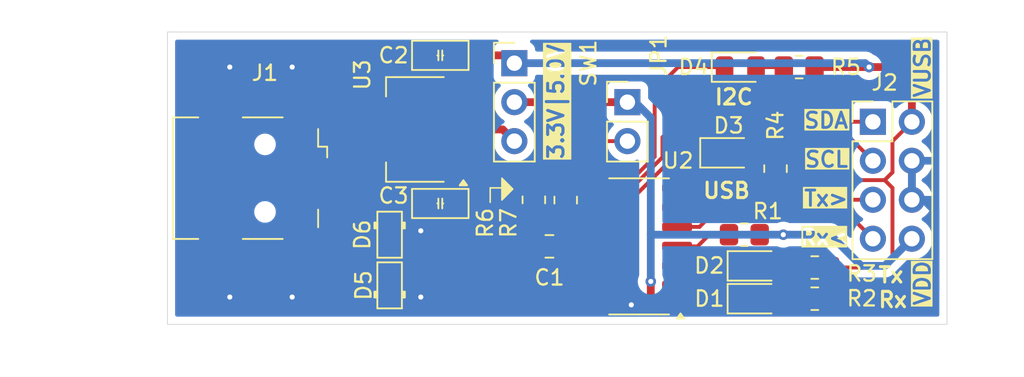
<source format=kicad_pcb>
(kicad_pcb (version 20240108) (generator "pcbnew") (generator_version "8.0")
  (layers (0 "F.Cu" signal) (31 "B.Cu" signal) (34 "B.Paste" user) (35 "F.Paste" user) (36 "B.SilkS" user "B.Silkscreen") (37 "F.SilkS" user "F.Silkscreen") (38 "B.Mask" user) (39 "F.Mask" user) (44 "Edge.Cuts" user))
  (net 0 "")
  (net 1 "GND")
  (net 2 "Net-(U2-VUSB)")
  (net 3 "Net-(D1-A)")
  (net 4 "Net-(D2-A)")
  (net 5 "Net-(D3-A)")
  (net 6 "Net-(D4-A)")
  (net 7 "/USB_D-")
  (net 8 "/USB_D+")
  (net 10 "MCP2221_URx")
  (net 11 "MCP2221_UTx")
  (net 12 "I2C2_SDA")
  (net 13 "I2C2_SCL")
  (net 14 "/~{RST}")
  (net 15 "/VDD_USB")
  (net 16 "/VDD")
  (net 17 "/VDD_3V3")
  (net 18 "/GP0_UR_{x}")
  (net 19 "/GP1_UT_{x}")
  (net 20 "/GP2_USBCFG")
  (net 21 "/GP3_I2C")
  (net 22 "Net-(JP1-B)")
  (footprint "PCM_Diode_SMD_Handsoldering_AKL:D_0603_1608Metric_TVS" (layer "F.Cu") (at 141.478 121.158 90)
    (property "Reference" "D5" (at 0 -1.7 90) (layer "F.SilkS"))
    (property "Value" "PGB1010603" (hide yes))
    (fp_line (start 1.5 -0.8) (end -1.5 -0.8) (stroke (width 0.12)) (layer "F.SilkS"))
    (fp_line (start -1.5 -0.8) (end -1.5 0.8) (stroke (width 0.12)) (layer "F.SilkS"))
    (fp_line (start 1.5 0.8) (end 1.5 -0.8) (stroke (width 0.12)) (layer "F.SilkS"))
    (fp_line (start -1.5 0.8) (end 1.5 0.8) (stroke (width 0.12)) (layer "F.SilkS"))
    (fp_poly (pts (xy -0.4 -0.8) (xy -0.8 -0.8) (xy -0.8 -1) (xy -0.4 -1)) (stroke (width 0.1)) (fill solid) (layer "F.SilkS"))
    (fp_poly (pts (xy -0.4 1) (xy -0.8 1) (xy -0.8 0.8) (xy -0.4 0.8)) (stroke (width 0.1)) (fill solid) (layer "F.SilkS"))
    (pad "1" smd roundrect (at -0.7875 0 90) (size 0.875 0.95) (layers "F.Cu" "F.Paste" "F.Mask") (net 1 "GND"))
    (pad "2" smd roundrect (at 0.7875 0 90) (size 0.875 0.95) (layers "F.Cu" "F.Paste" "F.Mask") (net 8 "/USB_D+"))
  )
  (footprint "PCM_Capacitor_SMD_AKL:C_0805_2012Metric_Pad1.15x1.40mm_HandSolder" (layer "F.Cu") (at 144.78 106.172 180)
    (property "Reference" "C2" (at 3.048 0 0) (layer "F.SilkS"))
    (property "Value" "100nF")
    (fp_line (start 1.8415 0.9525) (end 1.8415 -0.9525) (stroke (width 0.12)) (layer "F.SilkS"))
    (fp_line (start 1.8415 -0.9525) (end -1.8415 -0.9525) (stroke (width 0.12)) (layer "F.SilkS"))
    (fp_line (start 0.127 0.3175) (end 0.127 -0.3175) (stroke (width 0.12)) (layer "F.SilkS"))
    (fp_line (start 0.127 0) (end 0.1905 0) (stroke (width 0.12)) (layer "F.SilkS"))
    (fp_line (start -0.127 0) (end -0.1905 0) (stroke (width 0.12)) (layer "F.SilkS"))
    (fp_line (start -0.127 -0.3175) (end -0.127 0.3175) (stroke (width 0.12)) (layer "F.SilkS"))
    (fp_line (start -1.8415 0.9525) (end 1.8415 0.9525) (stroke (width 0.12)) (layer "F.SilkS"))
    (fp_line (start -1.8415 -0.889) (end -1.8415 0.9525) (stroke (width 0.12)) (layer "F.SilkS"))
    (fp_line (start -1.8415 -0.9525) (end -1.8415 -0.889) (stroke (width 0.12)) (layer "F.SilkS"))
    (pad "1" smd roundrect (at -1.025 0 180) (size 1.15 1.4) (layers "F.Cu" "F.Paste" "F.Mask") (roundrect_rratio 0.217391) (net 15 "/VDD_USB"))
    (pad "2" smd roundrect (at 1.025 0 180) (size 1.15 1.4) (layers "F.Cu" "F.Paste" "F.Mask") (roundrect_rratio 0.217391) (net 1 "GND"))
  )
  (footprint "PCM_Diode_SMD_Handsoldering_AKL:D_0603_1608Metric_TVS" (layer "F.Cu") (at 141.478 117.856 -90)
    (property "Reference" "D6" (at 0 1.778 90) (layer "F.SilkS"))
    (property "Value" "PGB1010603" (hide yes))
    (fp_line (start -1.5 0.8) (end 1.5 0.8) (stroke (width 0.12)) (layer "F.SilkS"))
    (fp_line (start 1.5 0.8) (end 1.5 -0.8) (stroke (width 0.12)) (layer "F.SilkS"))
    (fp_line (start -1.5 -0.8) (end -1.5 0.8) (stroke (width 0.12)) (layer "F.SilkS"))
    (fp_line (start 1.5 -0.8) (end -1.5 -0.8) (stroke (width 0.12)) (layer "F.SilkS"))
    (fp_poly (pts (xy -0.4 1) (xy -0.8 1) (xy -0.8 0.8) (xy -0.4 0.8)) (stroke (width 0.1)) (fill solid) (layer "F.SilkS"))
    (fp_poly (pts (xy -0.4 -0.8) (xy -0.8 -0.8) (xy -0.8 -1) (xy -0.4 -1)) (stroke (width 0.1)) (fill solid) (layer "F.SilkS"))
    (pad "1" smd roundrect (at -0.7875 0 270) (size 0.875 0.95) (layers "F.Cu" "F.Paste" "F.Mask") (net 1 "GND"))
    (pad "2" smd roundrect (at 0.7875 0 270) (size 0.875 0.95) (layers "F.Cu" "F.Paste" "F.Mask") (net 7 "/USB_D-"))
  )
  (footprint "Connector_PinHeader_2.54mm:PinHeader_1x02_P2.54mm_Vertical" (layer "F.Cu") (at 156.972 109.22)
    (property "Reference" "JP1" (at 2.032 -3.048 90) (layer "F.SilkS"))
    (property "Value" "PullUp Enable")
    (fp_line (start -1.33 -1.33) (end 0 -1.33) (stroke (width 0.12)) (layer "F.SilkS"))
    (fp_line (start -1.33 0) (end -1.33 -1.33) (stroke (width 0.12)) (layer "F.SilkS"))
    (fp_line (start -1.33 1.27) (end -1.33 3.87) (stroke (width 0.12)) (layer "F.SilkS"))
    (fp_line (start -1.33 1.27) (end 1.33 1.27) (stroke (width 0.12)) (layer "F.SilkS"))
    (fp_line (start -1.33 3.87) (end 1.33 3.87) (stroke (width 0.12)) (layer "F.SilkS"))
    (fp_line (start 1.33 1.27) (end 1.33 3.87) (stroke (width 0.12)) (layer "F.SilkS"))
    (pad "1" thru_hole rect (at 0 0) (size 1.7 1.7) (drill 1) (layers "*.Cu" "*.Mask") (net 16 "/VDD"))
    (pad "2" thru_hole oval (at 0 2.54) (size 1.7 1.7) (drill 1) (layers "*.Cu" "*.Mask") (net 22 "Net-(JP1-B)"))
  )
  (footprint "Resistor_SMD:R_0805_2012Metric_Pad1.20x1.40mm_HandSolder" (layer "F.Cu") (at 150.876 115.586 -90)
    (property "Reference" "R6" (at 1.508 3.175 90) (layer "F.SilkS"))
    (property "Value" "2.2k")
    (fp_line (start -0.227064 0.735) (end 0.227064 0.735) (stroke (width 0.12)) (layer "F.SilkS"))
    (fp_line (start -0.227064 -0.735) (end 0.227064 -0.735) (stroke (width 0.12)) (layer "F.SilkS"))
    (pad "1" smd roundrect (at -1 0 270) (size 1.2 1.4) (layers "F.Cu" "F.Paste" "F.Mask") (roundrect_rratio 0.208333) (net 22 "Net-(JP1-B)"))
    (pad "2" smd roundrect (at 1 0 270) (size 1.2 1.4) (layers "F.Cu" "F.Paste" "F.Mask") (roundrect_rratio 0.208333) (net 12 "I2C2_SDA"))
  )
  (footprint "LED_SMD:LED_0805_2012Metric_Pad1.15x1.40mm_HandSolder" (layer "F.Cu") (at 165.363 119.888)
    (property "Reference" "D2" (at -3.057 -0.016 0) (layer "F.SilkS"))
    (property "Value" "UTx")
    (fp_line (start -1.86 -0.96) (end -1.86 0.96) (stroke (width 0.12)) (layer "F.SilkS"))
    (fp_line (start -1.86 0.96) (end 1 0.96) (stroke (width 0.12)) (layer "F.SilkS"))
    (fp_line (start 1 -0.96) (end -1.86 -0.96) (stroke (width 0.12)) (layer "F.SilkS"))
    (pad "1" smd roundrect (at -1.025 0) (size 1.15 1.4) (layers "F.Cu" "F.Paste" "F.Mask") (roundrect_rratio 0.217391) (net 19 "/GP1_UT_{x}"))
    (pad "2" smd roundrect (at 1.025 0) (size 1.15 1.4) (layers "F.Cu" "F.Paste" "F.Mask") (roundrect_rratio 0.217391) (net 4 "Net-(D2-A)"))
  )
  (footprint "Package_SO:SOIC-14_3.9x8.7mm_P1.27mm" (layer "F.Cu") (at 157.734 118.618 180)
    (property "Reference" "U2" (at -2.54 5.588 0) (layer "F.SilkS"))
    (property "Value" "MCP2221AxSL")
    (fp_line (start 0 4.435) (end 1.95 4.435) (stroke (width 0.12)) (layer "F.SilkS"))
    (fp_line (start 0 4.435) (end -1.95 4.435) (stroke (width 0.12)) (layer "F.SilkS"))
    (fp_line (start 0 -4.435) (end 1.95 -4.435) (stroke (width 0.12)) (layer "F.SilkS"))
    (fp_line (start 0 -4.435) (end -1.95 -4.435) (stroke (width 0.12)) (layer "F.SilkS"))
    (fp_poly (pts (xy -2.7 -4.37) (xy -2.94 -4.7) (xy -2.46 -4.7) (xy -2.7 -4.37)) (stroke (width 0.12)) (fill solid) (layer "F.SilkS"))
    (pad "1" smd roundrect (at -2.475 -3.81 180) (size 1.95 0.6) (layers "F.Cu" "F.Paste" "F.Mask") (net 16 "/VDD"))
    (pad "2" smd roundrect (at -2.475 -2.54 180) (size 1.95 0.6) (layers "F.Cu" "F.Paste" "F.Mask") (net 18 "/GP0_UR_{x}"))
    (pad "3" smd roundrect (at -2.475 -1.27 180) (size 1.95 0.6) (layers "F.Cu" "F.Paste" "F.Mask") (net 19 "/GP1_UT_{x}"))
    (pad "4" smd roundrect (at -2.475 0 180) (size 1.95 0.6) (layers "F.Cu" "F.Paste" "F.Mask") (net 14 "/~{RST}"))
    (pad "5" smd roundrect (at -2.475 1.27 180) (size 1.95 0.6) (layers "F.Cu" "F.Paste" "F.Mask") (net 10 "MCP2221_URx"))
    (pad "6" smd roundrect (at -2.475 2.54 180) (size 1.95 0.6) (layers "F.Cu" "F.Paste" "F.Mask") (net 11 "MCP2221_UTx"))
    (pad "7" smd roundrect (at -2.475 3.81 180) (size 1.95 0.6) (layers "F.Cu" "F.Paste" "F.Mask") (net 20 "/GP2_USBCFG"))
    (pad "8" smd roundrect (at 2.475 3.81 180) (size 1.95 0.6) (layers "F.Cu" "F.Paste" "F.Mask") (net 21 "/GP3_I2C"))
    (pad "9" smd roundrect (at 2.475 2.54 180) (size 1.95 0.6) (layers "F.Cu" "F.Paste" "F.Mask") (net 12 "I2C2_SDA"))
    (pad "10" smd roundrect (at 2.475 1.27 180) (size 1.95 0.6) (layers "F.Cu" "F.Paste" "F.Mask") (net 13 "I2C2_SCL"))
    (pad "11" smd roundrect (at 2.475 0 180) (size 1.95 0.6) (layers "F.Cu" "F.Paste" "F.Mask") (net 2 "Net-(U2-VUSB)"))
    (pad "12" smd roundrect (at 2.475 -1.27 180) (size 1.95 0.6) (layers "F.Cu" "F.Paste" "F.Mask") (net 7 "/USB_D-"))
    (pad "13" smd roundrect (at 2.475 -2.54 180) (size 1.95 0.6) (layers "F.Cu" "F.Paste" "F.Mask") (net 8 "/USB_D+"))
    (pad "14" smd roundrect (at 2.475 -3.81 180) (size 1.95 0.6) (layers "F.Cu" "F.Paste" "F.Mask") (net 1 "GND"))
  )
  (footprint "Connector_PinHeader_2.54mm:PinHeader_1x03_P2.54mm_Vertical" (layer "F.Cu") (at 149.606 106.68)
    (property "Reference" "SW1" (at 4.826 0 90) (layer "F.SilkS"))
    (property "Value" "I/O")
    (fp_line (start -1.33 -1.33) (end 0 -1.33) (stroke (width 0.12)) (layer "F.SilkS"))
    (fp_line (start -1.33 0) (end -1.33 -1.33) (stroke (width 0.12)) (layer "F.SilkS"))
    (fp_line (start -1.33 1.27) (end -1.33 6.41) (stroke (width 0.12)) (layer "F.SilkS"))
    (fp_line (start -1.33 1.27) (end 1.33 1.27) (stroke (width 0.12)) (layer "F.SilkS"))
    (fp_line (start -1.33 6.41) (end 1.33 6.41) (stroke (width 0.12)) (layer "F.SilkS"))
    (fp_line (start 1.33 1.27) (end 1.33 6.41) (stroke (width 0.12)) (layer "F.SilkS"))
    (pad "1" thru_hole rect (at 0 0) (size 1.7 1.7) (drill 1) (layers "*.Cu" "*.Mask") (net 15 "/VDD_USB"))
    (pad "2" thru_hole oval (at 0 2.54) (size 1.7 1.7) (drill 1) (layers "*.Cu" "*.Mask") (net 16 "/VDD"))
    (pad "3" thru_hole oval (at 0 5.08) (size 1.7 1.7) (drill 1) (layers "*.Cu" "*.Mask") (net 17 "/VDD_3V3"))
  )
  (footprint "LED_SMD:LED_0805_2012Metric_Pad1.15x1.40mm_HandSolder" (layer "F.Cu") (at 165.363 122.028)
    (property "Reference" "D1" (at -3.048 0 0) (layer "F.SilkS"))
    (property "Value" "URx")
    (fp_line (start -1.86 -0.96) (end -1.86 0.96) (stroke (width 0.12)) (layer "F.SilkS"))
    (fp_line (start -1.86 0.96) (end 1 0.96) (stroke (width 0.12)) (layer "F.SilkS"))
    (fp_line (start 1 -0.96) (end -1.86 -0.96) (stroke (width 0.12)) (layer "F.SilkS"))
    (pad "1" smd roundrect (at -1.025 0) (size 1.15 1.4) (layers "F.Cu" "F.Paste" "F.Mask") (roundrect_rratio 0.217391) (net 18 "/GP0_UR_{x}"))
    (pad "2" smd roundrect (at 1.025 0) (size 1.15 1.4) (layers "F.Cu" "F.Paste" "F.Mask") (roundrect_rratio 0.217391) (net 3 "Net-(D1-A)"))
  )
  (footprint "Resistor_SMD:R_0805_2012Metric_Pad1.20x1.40mm_HandSolder" (layer "F.Cu") (at 169.182 119.996 180)
    (property "Reference" "R3" (at -3.064 -0.4 0) (layer "F.SilkS"))
    (property "Value" "470")
    (fp_line (start -0.227064 0.735) (end 0.227064 0.735) (stroke (width 0.12)) (layer "F.SilkS"))
    (fp_line (start -0.227064 -0.735) (end 0.227064 -0.735) (stroke (width 0.12)) (layer "F.SilkS"))
    (pad "1" smd roundrect (at -1 0 180) (size 1.2 1.4) (layers "F.Cu" "F.Paste" "F.Mask") (roundrect_rratio 0.208333) (net 15 "/VDD_USB"))
    (pad "2" smd roundrect (at 1 0 180) (size 1.2 1.4) (layers "F.Cu" "F.Paste" "F.Mask") (roundrect_rratio 0.208333) (net 4 "Net-(D2-A)"))
  )
  (footprint "LED_SMD:LED_0805_2012Metric_Pad1.15x1.40mm_HandSolder" (layer "F.Cu") (at 163.576 112.522)
    (property "Reference" "D3" (at -0.009 -1.778 0) (layer "F.SilkS"))
    (property "Value" "USBCFG")
    (fp_line (start -1.86 -0.96) (end -1.86 0.96) (stroke (width 0.12)) (layer "F.SilkS"))
    (fp_line (start -1.86 0.96) (end 1 0.96) (stroke (width 0.12)) (layer "F.SilkS"))
    (fp_line (start 1 -0.96) (end -1.86 -0.96) (stroke (width 0.12)) (layer "F.SilkS"))
    (pad "1" smd roundrect (at -1.025 0) (size 1.15 1.4) (layers "F.Cu" "F.Paste" "F.Mask") (roundrect_rratio 0.217391) (net 20 "/GP2_USBCFG"))
    (pad "2" smd roundrect (at 1.025 0) (size 1.15 1.4) (layers "F.Cu" "F.Paste" "F.Mask") (roundrect_rratio 0.217391) (net 5 "Net-(D3-A)"))
  )
  (footprint "Package_TO_SOT_SMD:SOT-223-3_TabPin2" (layer "F.Cu") (at 143.154 110.998 180)
    (property "Reference" "U3" (at 3.454 3.556 90) (layer "F.SilkS"))
    (property "Value" "LD1117S33TR_SOT223")
    (fp_line (start 1.91 3.41) (end 1.91 2.15) (stroke (width 0.12)) (layer "F.SilkS"))
    (fp_line (start 1.91 -3.41) (end 1.91 -2.15) (stroke (width 0.12)) (layer "F.SilkS"))
    (fp_line (start -1.85 3.41) (end 1.91 3.41) (stroke (width 0.12)) (layer "F.SilkS"))
    (fp_line (start -1.85 -3.41) (end 1.91 -3.41) (stroke (width 0.12)) (layer "F.SilkS"))
    (fp_poly (pts (xy -3.13 -3.31) (xy -3.37 -3.64) (xy -2.89 -3.64) (xy -3.13 -3.31)) (stroke (width 0.12)) (fill solid) (layer "F.SilkS"))
    (pad "1" smd roundrect (at -3.15 -2.3 180) (size 2 1.5) (layers "F.Cu" "F.Paste" "F.Mask") (net 1 "GND"))
    (pad "2" smd roundrect (at -3.15 0 180) (size 2 1.5) (layers "F.Cu" "F.Paste" "F.Mask") (net 17 "/VDD_3V3"))
    (pad "2" smd roundrect (at 3.15 0 180) (size 2 3.8) (layers "F.Cu" "F.Paste" "F.Mask") (net 17 "/VDD_3V3"))
    (pad "3" smd roundrect (at -3.15 2.3 180) (size 2 1.5) (layers "F.Cu" "F.Paste" "F.Mask") (net 15 "/VDD_USB"))
  )
  (footprint "Connector_PinHeader_2.54mm:PinHeader_2x04_P2.54mm_Vertical" (layer "F.Cu") (at 172.969 110.5)
    (property "Reference" "J2" (at 0.767 -2.55 0) (layer "F.SilkS"))
    (property "Value" "Conn_02x04_Odd_Even")
    (fp_line (start -1.33 -1.33) (end 0 -1.33) (stroke (width 0.12)) (layer "F.SilkS"))
    (fp_line (start -1.33 0) (end -1.33 -1.33) (stroke (width 0.12)) (layer "F.SilkS"))
    (fp_line (start -1.33 1.27) (end -1.33 8.95) (stroke (width 0.12)) (layer "F.SilkS"))
    (fp_line (start -1.33 1.27) (end 1.27 1.27) (stroke (width 0.12)) (layer "F.SilkS"))
    (fp_line (start -1.33 8.95) (end 3.87 8.95) (stroke (width 0.12)) (layer "F.SilkS"))
    (fp_line (start 1.27 -1.33) (end 3.87 -1.33) (stroke (width 0.12)) (layer "F.SilkS"))
    (fp_line (start 1.27 1.27) (end 1.27 -1.33) (stroke (width 0.12)) (layer "F.SilkS"))
    (fp_line (start 3.87 -1.33) (end 3.87 8.95) (stroke (width 0.12)) (layer "F.SilkS"))
    (pad "1" thru_hole rect (at 0 0) (size 1.7 1.7) (drill 1) (layers "*.Cu" "*.Mask") (net 12 "I2C2_SDA"))
    (pad "2" thru_hole oval (at 2.54 0) (size 1.7 1.7) (drill 1) (layers "*.Cu" "*.Mask") (net 15 "/VDD_USB"))
    (pad "3" thru_hole oval (at 0 2.54) (size 1.7 1.7) (drill 1) (layers "*.Cu" "*.Mask") (net 13 "I2C2_SCL"))
    (pad "4" thru_hole oval (at 2.54 2.54) (size 1.7 1.7) (drill 1) (layers "*.Cu" "*.Mask") (net 1 "GND"))
    (pad "5" thru_hole oval (at 0 5.08) (size 1.7 1.7) (drill 1) (layers "*.Cu" "*.Mask") (net 11 "MCP2221_UTx"))
    (pad "6" thru_hole oval (at 2.54 5.08) (size 1.7 1.7) (drill 1) (layers "*.Cu" "*.Mask") (net 1 "GND"))
    (pad "7" thru_hole oval (at 0 7.62) (size 1.7 1.7) (drill 1) (layers "*.Cu" "*.Mask") (net 10 "MCP2221_URx"))
    (pad "8" thru_hole oval (at 2.54 7.62) (size 1.7 1.7) (drill 1) (layers "*.Cu" "*.Mask") (net 16 "/VDD"))
  )
  (footprint "PCM_Capacitor_SMD_AKL:C_0805_2012Metric_Pad1.15x1.40mm_HandSolder" (layer "F.Cu") (at 144.78 115.824)
    (property "Reference" "C3" (at -3.048 -0.508 180) (layer "F.SilkS"))
    (property "Value" "100nF")
    (fp_line (start -1.8415 -0.9525) (end -1.8415 -0.889) (stroke (width 0.12)) (layer "F.SilkS"))
    (fp_line (start -1.8415 -0.889) (end -1.8415 0.9525) (stroke (width 0.12)) (layer "F.SilkS"))
    (fp_line (start -1.8415 0.9525) (end 1.8415 0.9525) (stroke (width 0.12)) (layer "F.SilkS"))
    (fp_line (start -0.127 -0.3175) (end -0.127 0.3175) (stroke (width 0.12)) (layer "F.SilkS"))
    (fp_line (start -0.127 0) (end -0.1905 0) (stroke (width 0.12)) (layer "F.SilkS"))
    (fp_line (start 0.127 0) (end 0.1905 0) (stroke (width 0.12)) (layer "F.SilkS"))
    (fp_line (start 0.127 0.3175) (end 0.127 -0.3175) (stroke (width 0.12)) (layer "F.SilkS"))
    (fp_line (start 1.8415 -0.9525) (end -1.8415 -0.9525) (stroke (width 0.12)) (layer "F.SilkS"))
    (fp_line (start 1.8415 0.9525) (end 1.8415 -0.9525) (stroke (width 0.12)) (layer "F.SilkS"))
    (pad "1" smd roundrect (at -1.025 0) (size 1.15 1.4) (layers "F.Cu" "F.Paste" "F.Mask") (roundrect_rratio 0.217391) (net 17 "/VDD_3V3"))
    (pad "2" smd roundrect (at 1.025 0) (size 1.15 1.4) (layers "F.Cu" "F.Paste" "F.Mask") (roundrect_rratio 0.217391) (net 1 "GND"))
  )
  (footprint "Capacitor_SMD:C_0805_2012Metric_Pad1.18x1.45mm_HandSolder" (layer "F.Cu") (at 151.892 118.618 180)
    (property "Reference" "C1" (at 0 -2.032 180) (layer "F.SilkS"))
    (property "Value" "0.47uF")
    (fp_line (start -0.261252 0.735) (end 0.261252 0.735) (stroke (width 0.12)) (layer "F.SilkS"))
    (fp_line (start -0.261252 -0.735) (end 0.261252 -0.735) (stroke (width 0.12)) (layer "F.SilkS"))
    (pad "1" smd roundrect (at -1.0375 0 180) (size 1.175 1.45) (layers "F.Cu" "F.Paste" "F.Mask") (roundrect_rratio 0.212766) (net 2 "Net-(U2-VUSB)"))
    (pad "2" smd roundrect (at 1.0375 0 180) (size 1.175 1.45) (layers "F.Cu" "F.Paste" "F.Mask") (roundrect_rratio 0.212766) (net 1 "GND"))
  )
  (footprint "Resistor_SMD:R_0805_2012Metric_Pad1.20x1.40mm_HandSolder" (layer "F.Cu") (at 169.182 122.028 180)
    (property "Reference" "R2" (at -3.064 0.018 0) (layer "F.SilkS"))
    (property "Value" "470")
    (fp_line (start -0.227064 0.735) (end 0.227064 0.735) (stroke (width 0.12)) (layer "F.SilkS"))
    (fp_line (start -0.227064 -0.735) (end 0.227064 -0.735) (stroke (width 0.12)) (layer "F.SilkS"))
    (pad "1" smd roundrect (at -1 0 180) (size 1.2 1.4) (layers "F.Cu" "F.Paste" "F.Mask") (roundrect_rratio 0.208333) (net 15 "/VDD_USB"))
    (pad "2" smd roundrect (at 1 0 180) (size 1.2 1.4) (layers "F.Cu" "F.Paste" "F.Mask") (roundrect_rratio 0.208333) (net 3 "Net-(D1-A)"))
  )
  (footprint "Resistor_SMD:R_0805_2012Metric_Pad1.20x1.40mm_HandSolder" (layer "F.Cu") (at 152.951 115.602 -90)
    (property "Reference" "R7" (at 1.492 3.726 90) (layer "F.SilkS"))
    (property "Value" "2.2k")
    (fp_line (start -0.227064 0.735) (end 0.227064 0.735) (stroke (width 0.12)) (layer "F.SilkS"))
    (fp_line (start -0.227064 -0.735) (end 0.227064 -0.735) (stroke (width 0.12)) (layer "F.SilkS"))
    (pad "1" smd roundrect (at -1 0 270) (size 1.2 1.4) (layers "F.Cu" "F.Paste" "F.Mask") (roundrect_rratio 0.208333) (net 22 "Net-(JP1-B)"))
    (pad "2" smd roundrect (at 1 0 270) (size 1.2 1.4) (layers "F.Cu" "F.Paste" "F.Mask") (roundrect_rratio 0.208333) (net 13 "I2C2_SCL"))
  )
  (footprint "LED_SMD:LED_0805_2012Metric_Pad1.15x1.40mm_HandSolder" (layer "F.Cu") (at 164.329 106.934)
    (property "Reference" "D4" (at -3.048 0 0) (layer "F.SilkS"))
    (property "Value" "I2C")
    (fp_line (start -1.86 -0.96) (end -1.86 0.96) (stroke (width 0.12)) (layer "F.SilkS"))
    (fp_line (start -1.86 0.96) (end 1 0.96) (stroke (width 0.12)) (layer "F.SilkS"))
    (fp_line (start 1 -0.96) (end -1.86 -0.96) (stroke (width 0.12)) (layer "F.SilkS"))
    (pad "1" smd roundrect (at -1.025 0) (size 1.15 1.4) (layers "F.Cu" "F.Paste" "F.Mask") (roundrect_rratio 0.217391) (net 21 "/GP3_I2C"))
    (pad "2" smd roundrect (at 1.025 0) (size 1.15 1.4) (layers "F.Cu" "F.Paste" "F.Mask") (roundrect_rratio 0.217391) (net 6 "Net-(D4-A)"))
  )
  (footprint "Connector_USB:USB_Mini-B_Wuerth_65100516121_Horizontal" (layer "F.Cu") (at 133.359 114.173 -90)
    (property "Reference" "J1" (at -6.858 0.009 0) (layer "F.SilkS"))
    (property "Value" "USB_B_Mini")
    (fp_line (start -3.96 6.01) (end 3.96 6.01) (stroke (width 0.12)) (layer "F.SilkS"))
    (fp_line (start 3.96 6.01) (end 3.96 4.35) (stroke (width 0.12)) (layer "F.SilkS"))
    (fp_line (start -3.96 4.35) (end -3.96 6.01) (stroke (width 0.12)) (layer "F.SilkS"))
    (fp_line (start -3.96 1.45) (end -3.96 -1.15) (stroke (width 0.12)) (layer "F.SilkS"))
    (fp_line (start 3.96 -1.15) (end 3.96 1.45) (stroke (width 0.12)) (layer "F.SilkS"))
    (fp_line (start -3.2 -3.46) (end -2.05 -3.46) (stroke (width 0.12)) (layer "F.SilkS"))
    (fp_line (start -2.05 -3.46) (end -2.05 -4.05) (stroke (width 0.12)) (layer "F.SilkS"))
    (fp_line (start 2.05 -3.46) (end 3.2 -3.46) (stroke (width 0.12)) (layer "F.SilkS"))
    (fp_line (start -2.05 -4.05) (end -1.35 -4.05) (stroke (width 0.12)) (layer "F.SilkS"))
    (pad "" np_thru_hole circle (at -2.2 0 270) (size 0.9 0.9) (drill 0.9) (layers "*.Cu" "*.Mask"))
    (pad "" np_thru_hole circle (at 2.2 0 270) (size 0.9 0.9) (drill 0.9) (layers "*.Cu" "*.Mask"))
    (pad "1" smd rect (at -1.6 -2.6 270) (size 0.5 2.5) (layers "F.Cu" "F.Paste" "F.Mask") (net 15 "/VDD_USB"))
    (pad "2" smd rect (at -0.8 -2.6 270) (size 0.5 2.5) (layers "F.Cu" "F.Paste" "F.Mask") (net 7 "/USB_D-"))
    (pad "3" smd rect (at 0 -2.6 270) (size 0.5 2.5) (layers "F.Cu" "F.Paste" "F.Mask") (net 8 "/USB_D+"))
    (pad "4" smd rect (at 0.8 -2.6 270) (size 0.5 2.5) (layers "F.Cu" "F.Paste" "F.Mask"))
    (pad "5" smd rect (at 1.6 -2.6 270) (size 0.5 2.5) (layers "F.Cu" "F.Paste" "F.Mask") (net 1 "GND"))
    (pad "6" smd rect (at -4.4 -2.6 270) (size 2 2.5) (layers "F.Cu" "F.Paste" "F.Mask") (net 1 "GND"))
    (pad "6" smd rect (at -4.4 2.9 270) (size 2 2.5) (layers "F.Cu" "F.Paste" "F.Mask") (net 1 "GND"))
    (pad "6" smd rect (at 4.4 -2.6 270) (size 2 2.5) (layers "F.Cu" "F.Paste" "F.Mask") (net 1 "GND"))
    (pad "6" smd rect (at 4.4 2.9 270) (size 2 2.5) (layers "F.Cu" "F.Paste" "F.Mask") (net 1 "GND"))
  )
  (footprint "Resistor_SMD:R_0805_2012Metric_Pad1.20x1.40mm_HandSolder" (layer "F.Cu") (at 166.624 113.554 90)
    (property "Reference" "R4" (at 2.81 0 90) (layer "F.SilkS"))
    (property "Value" "470")
    (fp_line (start -0.227064 -0.735) (end 0.227064 -0.735) (stroke (width 0.12)) (layer "F.SilkS"))
    (fp_line (start -0.227064 0.735) (end 0.227064 0.735) (stroke (width 0.12)) (layer "F.SilkS"))
    (pad "1" smd roundrect (at -1 0 90) (size 1.2 1.4) (layers "F.Cu" "F.Paste" "F.Mask") (roundrect_rratio 0.208333) (net 15 "/VDD_USB"))
    (pad "2" smd roundrect (at 1 0 90) (size 1.2 1.4) (layers "F.Cu" "F.Paste" "F.Mask") (roundrect_rratio 0.208333) (net 5 "Net-(D3-A)"))
  )
  (footprint "Resistor_SMD:R_0805_2012Metric_Pad1.20x1.40mm_HandSolder" (layer "F.Cu") (at 168.164 106.934 180)
    (property "Reference" "R5" (at -3.048 0 0) (layer "F.SilkS"))
    (property "Value" "470")
    (fp_line (start -0.227064 0.735) (end 0.227064 0.735) (stroke (width 0.12)) (layer "F.SilkS"))
    (fp_line (start -0.227064 -0.735) (end 0.227064 -0.735) (stroke (width 0.12)) (layer "F.SilkS"))
    (pad "1" smd roundrect (at -1 0 180) (size 1.2 1.4) (layers "F.Cu" "F.Paste" "F.Mask") (roundrect_rratio 0.208333) (net 15 "/VDD_USB"))
    (pad "2" smd roundrect (at 1 0 180) (size 1.2 1.4) (layers "F.Cu" "F.Paste" "F.Mask") (roundrect_rratio 0.208333) (net 6 "Net-(D4-A)"))
  )
  (footprint "Resistor_SMD:R_0805_2012Metric_Pad1.20x1.40mm_HandSolder" (layer "F.Cu") (at 164.592 117.856 180)
    (property "Reference" "R1" (at -1.524 1.524 0) (layer "F.SilkS"))
    (property "Value" "10k")
    (fp_line (start -0.227064 0.735) (end 0.227064 0.735) (stroke (width 0.12)) (layer "F.SilkS"))
    (fp_line (start -0.227064 -0.735) (end 0.227064 -0.735) (stroke (width 0.12)) (layer "F.SilkS"))
    (pad "1" smd roundrect (at -1 0 180) (size 1.2 1.4) (layers "F.Cu" "F.Paste" "F.Mask") (roundrect_rratio 0.208333) (net 16 "/VDD"))
    (pad "2" smd roundrect (at 1 0 180) (size 1.2 1.4) (layers "F.Cu" "F.Paste" "F.Mask") (roundrect_rratio 0.208333) (net 14 "/~{RST}"))
  )
  (gr_line (start 148.7932 114.808) (end 148.0312 114.808) (stroke (width 0.1)) (layer "F.SilkS"))
  (gr_line (start 148.0312 114.808) (end 148.0312 115.7478) (stroke (width 0.1)) (layer "F.SilkS"))
  (gr_poly (pts (xy 148.7932 114.173) (xy 149.5044 114.8842) (xy 148.7932 115.5954)) (stroke (width 0.1)) (fill solid) (layer "F.SilkS"))
  (gr_rect (start 127 104.648) (end 177.8 123.698) (stroke (width 0.05)) (fill none) (layer "Edge.Cuts"))
  (gr_text "VUSB" (at 176.784 104.902 90) (layer "F.SilkS" knockout) (effects (font (size 1 1) (thickness 0.1875) (bold yes)) (justify right bottom)))
  (gr_text "Tx>" (at 171.45 116.078 0) (layer "F.SilkS" knockout) (effects (font (size 1 1) (thickness 0.1875) (bold yes)) (justify right bottom)))
  (gr_text "3.3V|5.0V" (at 152.908 113.03 90) (layer "F.SilkS" knockout) (effects (font (size 1 1) (thickness 0.2) (bold yes)) (justify left bottom)))
  (gr_text "Tx\nRx" (at 173.228 122.682 0) (layer "F.SilkS") (effects (font (size 1 1) (thickness 0.2) (bold yes)) (justify left bottom)))
  (gr_text "Rx<" (at 171.45 118.618 0) (layer "F.SilkS" knockout) (effects (font (size 1 1) (thickness 0.1875) (bold yes)) (justify right bottom)))
  (gr_text "I2C" (at 162.56 109.474 0) (layer "F.SilkS") (effects (font (size 1 1) (thickness 0.2) (bold yes)) (justify left bottom)))
  (gr_text "SDA" (at 171.45 110.998 0) (layer "F.SilkS" knockout) (effects (font (size 1 1) (thickness 0.1875) (bold yes)) (justify right bottom)))
  (gr_text "USB" (at 161.798 115.57 0) (layer "F.SilkS") (effects (font (size 1 1) (thickness 0.2) (bold yes)) (justify left bottom)))
  (gr_text "SCL" (at 171.45 113.538 0) (layer "F.SilkS" knockout) (effects (font (size 1 1) (thickness 0.1875) (bold yes)) (justify right bottom)))
  (gr_text "VDD" (at 176.784 119.45 90) (layer "F.SilkS" knockout) (effects (font (size 1 1) (thickness 0.1875) (bold yes)) (justify right bottom)))
  (segment (start 143.755 106.172) (end 137.552 106.172) (width 0.508) (layer "F.Cu") (net 1))
  (segment (start 135.959 118.573) (end 135.959 121.089) (width 0.508) (layer "F.Cu") (net 1))
  (segment (start 147.592 118.618) (end 145.805 116.831) (width 0.508) (layer "F.Cu") (net 1))
  (segment (start 143.002 117.602) (end 143.51 117.602) (width 0.508) (layer "F.Cu") (net 1))
  (segment (start 130.459 118.573) (end 130.459 109.773) (width 0.508) (layer "F.Cu") (net 1))
  (segment (start 150.8545 118.618) (end 147.592 118.618) (width 0.508) (layer "F.Cu") (net 1))
  (segment (start 157.226 122.428) (end 155.259 122.428) (width 0.508) (layer "F.Cu") (net 1))
  (segment (start 153.416 122.428) (end 152.908 121.92) (width 0.508) (layer "F.Cu") (net 1))
  (segment (start 135.959 107.765) (end 135.128 106.934) (width 0.508) (layer "F.Cu") (net 1))
  (segment (start 146.304 115.325) (end 145.805 115.824) (width 0.508) (layer "F.Cu") (net 1))
  (segment (start 143.4845 121.9455) (end 143.51 121.92) (width 0.508) (layer "F.Cu") (net 1))
  (segment (start 141.478 117.0685) (end 142.4685 117.0685) (width 0.508) (layer "F.Cu") (net 1))
  (segment (start 135.959 109.773) (end 130.459 109.773) (width 0.508) (layer "F.Cu") (net 1))
  (segment (start 137.552 106.172) (end 135.959 107.765) (width 0.508) (layer "F.Cu") (net 1))
  (segment (start 145.805 115.824) (end 145.805 116.831) (width 0.508) (layer "F.Cu") (net 1))
  (segment (start 135.959 109.773) (end 135.959 107.765) (width 0.508) (layer "F.Cu") (net 1))
  (segment (start 130.459 118.573) (end 130.459 121.315) (width 0.508) (layer "F.Cu") (net 1))
  (segment (start 145.805 116.831) (end 145.034 117.602) (width 0.508) (layer "F.Cu") (net 1))
  (segment (start 152.908 121.92) (end 143.51 121.92) (width 0.508) (layer "F.Cu") (net 1))
  (segment (start 130.459 107.539) (end 131.064 106.934) (width 0.508) (layer "F.Cu") (net 1))
  (segment (start 155.259 122.428) (end 153.416 122.428) (width 0.508) (layer "F.Cu") (net 1))
  (segment (start 141.478 121.9455) (end 143.4845 121.9455) (width 0.508) (layer "F.Cu") (net 1))
  (segment (start 135.959 118.573) (end 130.459 118.573) (width 0.508) (layer "F.Cu") (net 1))
  (segment (start 142.4685 117.0685) (end 143.002 117.602) (width 0.508) (layer "F.Cu") (net 1))
  (segment (start 145.034 117.602) (end 143.51 117.602) (width 0.508) (layer "F.Cu") (net 1))
  (segment (start 141.478 121.9455) (end 136.8155 121.9455) (width 0.508) (layer "F.Cu") (net 1))
  (segment (start 130.459 121.315) (end 131.064 121.92) (width 0.508) (layer "F.Cu") (net 1))
  (segment (start 146.304 113.298) (end 146.304 115.325) (width 0.508) (layer "F.Cu") (net 1))
  (segment (start 136.8155 121.9455) (end 135.959 121.089) (width 0.508) (layer "F.Cu") (net 1))
  (segment (start 130.459 109.773) (end 130.459 107.539) (width 0.508) (layer "F.Cu") (net 1))
  (segment (start 135.959 121.089) (end 135.128 121.92) (width 0.508) (layer "F.Cu") (net 1))
  (segment (start 135.959 118.573) (end 135.959 115.773) (width 0.508) (layer "F.Cu") (net 1))
  (via (at 131.064 121.92) (size 0.6858) (drill 0.3302) (layers "F.Cu" "B.Cu") (net 1))
  (via (at 143.51 121.92) (size 0.6858) (drill 0.3302) (layers "F.Cu" "B.Cu") (net 1))
  (via (at 143.51 117.602) (size 0.6858) (drill 0.3302) (layers "F.Cu" "B.Cu") (net 1))
  (via (at 157.226 122.428) (size 0.6858) (drill 0.3302) (layers "F.Cu" "B.Cu") (net 1))
  (via (at 131.064 106.934) (size 0.6858) (drill 0.3302) (layers "F.Cu" "B.Cu") (net 1))
  (via (at 135.128 106.934) (size 0.6858) (drill 0.3302) (layers "F.Cu" "B.Cu") (net 1))
  (via (at 135.128 121.92) (size 0.6858) (drill 0.3302) (layers "F.Cu" "B.Cu") (net 1))
  (segment (start 135.128 121.92) (end 131.064 121.92) (width 0.508) (layer "B.Cu") (net 1))
  (segment (start 175.509 115.58) (end 176.286 115.58) (width 0.508) (layer "B.Cu") (net 1))
  (segment (start 143.51 117.602) (end 143.51 121.92) (width 0.508) (layer "B.Cu") (net 1))
  (segment (start 177.038 121.412) (end 176.022 122.428) (width 0.508) (layer "B.Cu") (net 1))
  (segment (start 176.022 122.428) (end 157.226 122.428) (width 0.508) (layer "B.Cu") (net 1))
  (segment (start 176.286 115.58) (end 177.038 116.332) (width 0.508) (layer "B.Cu") (net 1))
  (segment (start 177.038 116.332) (end 177.038 121.412) (width 0.508) (layer "B.Cu") (net 1))
  (segment (start 131.064 106.934) (end 135.128 106.934) (width 0.508) (layer "B.Cu") (net 1))
  (segment (start 175.509 113.04) (end 175.509 115.58) (width 0.508) (layer "B.Cu") (net 1))
  (segment (start 155.259 118.618) (end 152.9295 118.618) (width 0.381) (layer "F.Cu") (net 2))
  (segment (start 168.182 122.028) (end 166.388 122.028) (width 0.254) (layer "F.Cu") (net 3))
  (segment (start 168.182 119.996) (end 166.496 119.996) (width 0.254) (layer "F.Cu") (net 4))
  (segment (start 166.496 119.996) (end 166.388 119.888) (width 0.254) (layer "F.Cu") (net 4))
  (segment (start 166.592 112.522) (end 166.624 112.554) (width 0.254) (layer "F.Cu") (net 5))
  (segment (start 164.601 112.522) (end 166.592 112.522) (width 0.254) (layer "F.Cu") (net 5))
  (segment (start 167.164 106.934) (end 165.354 106.934) (width 0.254) (layer "F.Cu") (net 6))
  (segment (start 138.11417 113.5698) (end 139.5222 114.97783) (width 0.1524) (layer "F.Cu") (net 7))
  (segment (start 139.5222 117.839963) (end 140.325737 118.6435) (width 0.1524) (layer "F.Cu") (net 7))
  (segment (start 142.850801 119.3038) (end 146.89617 119.3038) (width 0.1524) (layer "F.Cu") (net 7))
  (segment (start 147.91217 120.3198) (end 153.364699 120.3198) (width 0.1524) (layer "F.Cu") (net 7))
  (segment (start 135.959 113.373) (end 136.959 113.373) (width 0.1524) (layer "F.Cu") (net 7))
  (segment (start 142.190501 118.6435) (end 142.850801 119.3038) (width 0.1524) (layer "F.Cu") (net 7))
  (segment (start 146.89617 119.3038) (end 147.91217 120.3198) (width 0.1524) (layer "F.Cu") (net 7))
  (segment (start 139.5222 114.97783) (end 139.5222 117.839963) (width 0.1524) (layer "F.Cu") (net 7))
  (segment (start 153.796499 119.888) (end 155.259 119.888) (width 0.1524) (layer "F.Cu") (net 7))
  (segment (start 153.364699 120.3198) (end 153.796499 119.888) (width 0.1524) (layer "F.Cu") (net 7))
  (segment (start 140.325737 118.6435) (end 141.478 118.6435) (width 0.1524) (layer "F.Cu") (net 7))
  (segment (start 136.959 113.373) (end 137.1558 113.5698) (width 0.1524) (layer "F.Cu") (net 7))
  (segment (start 141.478 118.6435) (end 142.190501 118.6435) (width 0.1524) (layer "F.Cu") (net 7))
  (segment (start 137.1558 113.5698) (end 138.11417 113.5698) (width 0.1524) (layer "F.Cu") (net 7))
  (segment (start 142.190501 120.3705) (end 142.850801 119.7102) (width 0.1524) (layer "F.Cu") (net 8))
  (segment (start 146.72783 119.7102) (end 147.74383 120.7262) (width 0.1524) (layer "F.Cu") (net 8))
  (segment (start 139.1158 115.14617) (end 139.1158 118.0083) (width 0.1524) (layer "F.Cu") (net 8))
  (segment (start 137.94583 113.9762) (end 139.1158 115.14617) (width 0.1524) (layer "F.Cu") (net 8))
  (segment (start 139.1158 118.0083) (end 141.478 120.3705) (width 0.1524) (layer "F.Cu") (net 8))
  (segment (start 137.1558 113.9762) (end 137.94583 113.9762) (width 0.1524) (layer "F.Cu") (net 8))
  (segment (start 142.850801 119.7102) (end 146.72783 119.7102) (width 0.1524) (layer "F.Cu") (net 8))
  (segment (start 135.959 114.173) (end 136.959 114.173) (width 0.1524) (layer "F.Cu") (net 8))
  (segment (start 153.796499 121.158) (end 155.259 121.158) (width 0.1524) (layer "F.Cu") (net 8))
  (segment (start 153.364699 120.7262) (end 153.796499 121.158) (width 0.1524) (layer "F.Cu") (net 8))
  (segment (start 136.959 114.173) (end 137.1558 113.9762) (width 0.1524) (layer "F.Cu") (net 8))
  (segment (start 147.74383 120.7262) (end 153.364699 120.7262) (width 0.1524) (layer "F.Cu") (net 8))
  (segment (start 141.478 120.3705) (end 142.190501 120.3705) (width 0.1524) (layer "F.Cu") (net 8))
  (segment (start 171.435 116.586) (end 172.969 118.12) (width 0.254) (layer "F.Cu") (net 10))
  (segment (start 160.209 117.348) (end 161.671 117.348) (width 0.254) (layer "F.Cu") (net 10))
  (segment (start 162.433 116.586) (end 171.435 116.586) (width 0.254) (layer "F.Cu") (net 10))
  (segment (start 161.671 117.348) (end 162.433 116.586) (width 0.254) (layer "F.Cu") (net 10))
  (segment (start 160.209 116.078) (end 169.926 116.078) (width 0.254) (layer "F.Cu") (net 11))
  (segment (start 169.926 116.078) (end 170.424 115.58) (width 0.254) (layer "F.Cu") (net 11))
  (segment (start 170.424 115.58) (end 172.969 115.58) (width 0.254) (layer "F.Cu") (net 11))
  (segment (start 150.876 116.586) (end 151.892 115.57) (width 0.254) (layer "F.Cu") (net 12))
  (segment (start 156.972 115.092816) (end 156.972 115.824) (width 0.254) (layer "F.Cu") (net 12))
  (segment (start 154.305 116.078) (end 153.797 115.57) (width 0.254) (layer "F.Cu") (net 12))
  (segment (start 159.258 111.506) (end 159.258 112.806816) (width 0.254) (layer "F.Cu") (net 12))
  (segment (start 156.972 115.824) (end 156.718 116.078) (width 0.254) (layer "F.Cu") (net 12))
  (segment (start 159.258 112.806816) (end 156.972 115.092816) (width 0.254) (layer "F.Cu") (net 12))
  (segment (start 160.264 110.5) (end 159.258 111.506) (width 0.254) (layer "F.Cu") (net 12))
  (segment (start 155.259 116.078) (end 154.305 116.078) (width 0.254) (layer "F.Cu") (net 12))
  (segment (start 156.718 116.078) (end 155.259 116.078) (width 0.254) (layer "F.Cu") (net 12))
  (segment (start 172.969 110.5) (end 160.264 110.5) (width 0.254) (layer "F.Cu") (net 12))
  (segment (start 151.892 115.57) (end 153.797 115.57) (width 0.254) (layer "F.Cu") (net 12))
  (segment (start 170.81 110.881) (end 160.421816 110.881) (width 0.254) (layer "F.Cu") (net 13))
  (segment (start 159.639 111.663816) (end 159.639 113.157) (width 0.254) (layer "F.Cu") (net 13))
  (segment (start 157.48 116.84) (end 156.972 117.348) (width 0.254) (layer "F.Cu") (net 13))
  (segment (start 160.421816 110.881) (end 159.639 111.663816) (width 0.254) (layer "F.Cu") (net 13))
  (segment (start 153.697 117.348) (end 152.951 116.602) (width 0.254) (layer "F.Cu") (net 13))
  (segment (start 172.969 113.04) (end 170.81 110.881) (width 0.254) (layer "F.Cu") (net 13))
  (segment (start 159.639 113.157) (end 157.48 115.316) (width 0.254) (layer "F.Cu") (net 13))
  (segment (start 156.972 117.348) (end 155.259 117.348) (width 0.254) (layer "F.Cu") (net 13))
  (segment (start 155.259 117.348) (end 153.697 117.348) (width 0.254) (layer "F.Cu") (net 13))
  (segment (start 157.48 115.316) (end 157.48 116.84) (width 0.254) (layer "F.Cu") (net 13))
  (segment (start 161.544 118.618) (end 162.306 117.856) (width 0.254) (layer "F.Cu") (net 14))
  (segment (start 160.209 118.618) (end 161.544 118.618) (width 0.254) (layer "F.Cu") (net 14))
  (segment (start 162.306 117.856) (end 163.592 117.856) (width 0.254) (layer "F.Cu") (net 14))
  (segment (start 143.764 108.204) (end 144.258 108.698) (width 0.508) (layer "F.Cu") (net 15))
  (segment (start 174.244 113.792) (end 174.244 111.765) (width 0.254) (layer "F.Cu") (net 15))
  (segment (start 146.304 108.698) (end 146.304 106.671) (width 0.508) (layer "F.Cu") (net 15))
  (segment (start 170.182 119.996) (end 173.628 119.996) (width 0.254) (layer "F.Cu") (net 15))
  (segment (start 174.244 119.38) (end 173.628 119.996) (width 0.254) (layer "F.Cu") (net 15))
  (segment (start 149.098 106.172) (end 149.606 106.68) (width 0.508) (layer "F.Cu") (net 15))
  (segment (start 146.304 106.671) (end 145.805 106.172) (width 0.508) (layer "F.Cu") (net 15))
  (segment (start 169.164 106.934) (end 172.72 106.934) (width 0.508) (layer "F.Cu") (net 15))
  (segment (start 172.72 106.934) (end 173.99 106.934) (width 0.508) (layer "F.Cu") (net 15))
  (segment (start 174.244 111.765) (end 175.509 110.5) (width 0.254) (layer "F.Cu") (net 15))
  (segment (start 175.509 108.453) (end 175.509 110.5) (width 0.508) (layer "F.Cu") (net 15))
  (segment (start 138.176 111.506) (end 138.176 108.712) (width 0.508) (layer "F.Cu") (net 15))
  (segment (start 173.736 114.3) (end 174.244 114.808) (width 0.254) (layer "F.Cu") (net 15))
  (segment (start 144.258 108.698) (end 146.304 108.698) (width 0.508) (layer "F.Cu") (net 15))
  (segment (start 167.894 114.3) (end 173.736 114.3) (width 0.254) (layer "F.Cu") (net 15))
  (segment (start 173.99 106.934) (end 175.509 108.453) (width 0.508) (layer "F.Cu") (net 15))
  (segment (start 145.805 106.172) (end 149.098 106.172) (width 0.508) (layer "F.Cu") (net 15))
  (segment (start 173.736 114.3) (end 174.244 113.792) (width 0.254) (layer "F.Cu") (net 15))
  (segment (start 138.176 108.712) (end 138.684 108.204) (width 0.508) (layer "F.Cu") (net 15))
  (segment (start 137.109 112.573) (end 138.176 111.506) (width 0.508) (layer "F.Cu") (net 15))
  (segment (start 138.684 108.204) (end 143.764 108.204) (width 0.508) (layer "F.Cu") (net 15))
  (segment (start 167.64 114.554) (end 167.894 114.3) (width 0.254) (layer "F.Cu") (net 15))
  (segment (start 174.244 114.808) (end 174.244 119.38) (width 0.254) (layer "F.Cu") (net 15))
  (segment (start 166.624 114.554) (end 167.64 114.554) (width 0.254) (layer "F.Cu") (net 15))
  (segment (start 135.959 112.573) (end 137.109 112.573) (width 0.508) (layer "F.Cu") (net 15))
  (segment (start 170.182 122.028) (end 170.182 119.996) (width 0.254) (layer "F.Cu") (net 15))
  (via (at 172.72 106.934) (size 0.6858) (drill 0.3302) (layers "F.Cu" "B.Cu") (net 15))
  (segment (start 172.72 106.934) (end 172.466 106.68) (width 0.508) (layer "B.Cu") (net 15))
  (segment (start 172.466 106.68) (end 149.606 106.68) (width 0.508) (layer "B.Cu") (net 15))
  (segment (start 149.606 109.22) (end 156.972 109.22) (width 0.508) (layer "F.Cu") (net 16))
  (segment (start 158.75 122.428) (end 160.209 122.428) (width 0.508) (layer "F.Cu") (net 16))
  (segment (start 158.496 122.174) (end 158.75 122.428) (width 0.508) (layer "F.Cu") (net 16))
  (segment (start 158.496 120.904) (end 158.496 122.174) (width 0.508) (layer "F.Cu") (net 16))
  (segment (start 165.592 117.856) (end 167.132 117.856) (width 0.254) (layer "F.Cu") (net 16))
  (via (at 158.496 120.904) (size 0.6858) (drill 0.3302) (layers "F.Cu" "B.Cu") (net 16))
  (via (at 167.132 117.856) (size 0.6858) (drill 0.3302) (layers "F.Cu" "B.Cu") (net 16))
  (segment (start 157.48 109.22) (end 158.496 110.236) (width 0.508) (layer "B.Cu") (net 16))
  (segment (start 158.496 110.236) (end 158.496 117.856) (width 0.508) (layer "B.Cu") (net 16))
  (segment (start 158.496 117.856) (end 158.496 120.904) (width 0.508) (layer "B.Cu") (net 16))
  (segment (start 167.132 117.856) (end 158.496 117.856) (width 0.508) (layer "B.Cu") (net 16))
  (segment (start 167.132 117.856) (end 170.18 117.856) (width 0.508) (layer "B.Cu") (net 16))
  (segment (start 173.741 119.888) (end 175.509 118.12) (width 0.508) (layer "B.Cu") (net 16))
  (segment (start 156.972 109.22) (end 157.48 109.22) (width 0.508) (layer "B.Cu") (net 16))
  (segment (start 170.18 117.856) (end 172.212 119.888) (width 0.508) (layer "B.Cu") (net 16))
  (segment (start 172.212 119.888) (end 173.741 119.888) (width 0.508) (layer "B.Cu") (net 16))
  (segment (start 143.764 110.998) (end 146.304 110.998) (width 0.508) (layer "F.Cu") (net 17))
  (segment (start 146.304 110.998) (end 148.844 110.998) (width 0.508) (layer "F.Cu") (net 17))
  (segment (start 148.844 110.998) (end 149.606 111.76) (width 0.508) (layer "F.Cu") (net 17))
  (segment (start 143.755 111.007) (end 143.764 110.998) (width 0.508) (layer "F.Cu") (net 17))
  (segment (start 140.004 110.998) (end 143.764 110.998) (width 0.508) (layer "F.Cu") (net 17))
  (segment (start 143.755 115.824) (end 143.755 111.007) (width 0.508) (layer "F.Cu") (net 17))
  (segment (start 164.338 122.028) (end 163.176 122.028) (width 0.254) (layer "F.Cu") (net 18))
  (segment (start 162.306 121.158) (end 160.209 121.158) (width 0.254) (layer "F.Cu") (net 18))
  (segment (start 163.176 122.028) (end 162.306 121.158) (width 0.254) (layer "F.Cu") (net 18))
  (segment (start 164.338 119.888) (end 160.209 119.888) (width 0.254) (layer "F.Cu") (net 19))
  (segment (start 162.551 114.055) (end 162.551 112.522) (width 0.254) (layer "F.Cu") (net 20))
  (segment (start 161.798 114.808) (end 162.551 114.055) (width 0.254) (layer "F.Cu") (net 20))
  (segment (start 160.209 114.808) (end 161.798 114.808) (width 0.254) (layer "F.Cu") (net 20))
  (segment (start 158.75 112.776) (end 156.718 114.808) (width 0.254) (layer "F.Cu") (net 21))
  (segment (start 158.75 108.458) (end 158.75 112.776) (width 0.254) (layer "F.Cu") (net 21))
  (segment (start 160.274 106.934) (end 158.75 108.458) (width 0.254) (layer "F.Cu") (net 21))
  (segment (start 156.718 114.808) (end 155.259 114.808) (width 0.254) (layer "F.Cu") (net 21))
  (segment (start 163.304 106.934) (end 160.274 106.934) (width 0.254) (layer "F.Cu") (net 21))
  (segment (start 150.876 114.586) (end 152.935 114.586) (width 0.254) (layer "F.Cu") (net 22))
  (segment (start 152.951 112.733) (end 152.951 114.602) (width 0.254) (layer "F.Cu") (net 22))
  (segment (start 156.972 111.76) (end 153.924 111.76) (width 0.254) (layer "F.Cu") (net 22))
  (segment (start 152.935 114.586) (end 152.951 114.602) (width 0.254) (layer "F.Cu") (net 22))
  (segment (start 153.924 111.76) (end 152.951 112.733) (width 0.254) (layer "F.Cu") (net 22))
  (zone (net 1) (net_name "GND") (layer "B.Cu") (connect_pads (clearance 0.5)) (min_thickness 0.25) (fill yes (thermal_gap 0.5) (thermal_bridge_width 0.5))
    (polygon (pts (xy 127 104.648) (xy 177.8 104.648) (xy 177.8 123.698) (xy 127 123.698)))
  )
)
</source>
